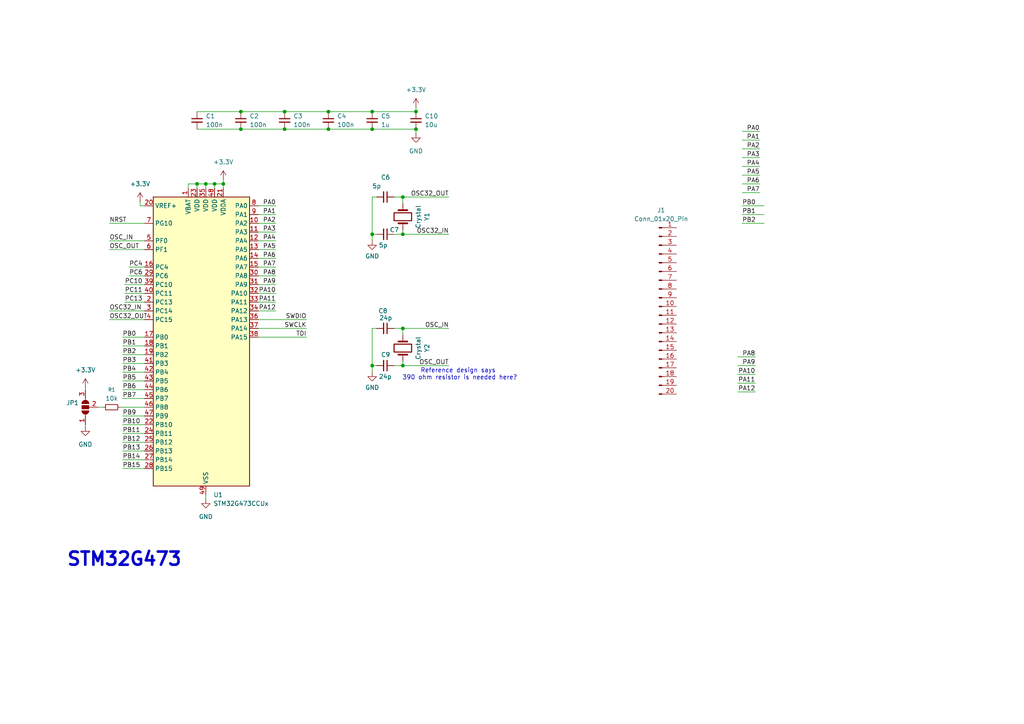
<source format=kicad_sch>
(kicad_sch (version 20250114) (generator "eeschema") (generator_version "9.0")
  (paper "A4")
  (lib_symbols
    (symbol "Connector:Conn_01x20_Pin" (pin_names (offset 1.016) (hide yes))
      (property "Reference" "J" (at 0 25.4 0))
      (property "Value" "Conn_01x20_Pin" (at 0 -27.94 0))
      (symbol "Conn_01x20_Pin_1_1"
        (rectangle (start 0.8636 22.987) (end 0 22.733) (stroke (width 0.1524)) (fill (type outline)))
        (rectangle (start 0.8636 20.447) (end 0 20.193) (stroke (width 0.1524)) (fill (type outline)))
        (rectangle (start 0.8636 17.907) (end 0 17.653) (stroke (width 0.1524)) (fill (type outline)))
        (rectangle (start 0.8636 15.367) (end 0 15.113) (stroke (width 0.1524)) (fill (type outline)))
        (rectangle (start 0.8636 12.827) (end 0 12.573) (stroke (width 0.1524)) (fill (type outline)))
        (rectangle (start 0.8636 10.287) (end 0 10.033) (stroke (width 0.1524)) (fill (type outline)))
        (rectangle (start 0.8636 7.747) (end 0 7.493) (stroke (width 0.1524)) (fill (type outline)))
        (rectangle (start 0.8636 5.207) (end 0 4.953) (stroke (width 0.1524)) (fill (type outline)))
        (rectangle (start 0.8636 2.667) (end 0 2.413) (stroke (width 0.1524)) (fill (type outline)))
        (rectangle (start 0.8636 0.127) (end 0 -0.127) (stroke (width 0.1524)) (fill (type outline)))
        (rectangle (start 0.8636 -2.413) (end 0 -2.667) (stroke (width 0.1524)) (fill (type outline)))
        (rectangle (start 0.8636 -4.953) (end 0 -5.207) (stroke (width 0.1524)) (fill (type outline)))
        (rectangle (start 0.8636 -7.493) (end 0 -7.747) (stroke (width 0.1524)) (fill (type outline)))
        (rectangle (start 0.8636 -10.033) (end 0 -10.287) (stroke (width 0.1524)) (fill (type outline)))
        (rectangle (start 0.8636 -12.573) (end 0 -12.827) (stroke (width 0.1524)) (fill (type outline)))
        (rectangle (start 0.8636 -15.113) (end 0 -15.367) (stroke (width 0.1524)) (fill (type outline)))
        (rectangle (start 0.8636 -17.653) (end 0 -17.907) (stroke (width 0.1524)) (fill (type outline)))
        (rectangle (start 0.8636 -20.193) (end 0 -20.447) (stroke (width 0.1524)) (fill (type outline)))
        (rectangle (start 0.8636 -22.733) (end 0 -22.987) (stroke (width 0.1524)) (fill (type outline)))
        (rectangle (start 0.8636 -25.273) (end 0 -25.527) (stroke (width 0.1524)) (fill (type outline)))
        (polyline (pts (xy 1.27 22.86) (xy 0.8636 22.86)) (stroke (width 0.1524)))
        (polyline (pts (xy 1.27 20.32) (xy 0.8636 20.32)) (stroke (width 0.1524)))
        (polyline (pts (xy 1.27 17.78) (xy 0.8636 17.78)) (stroke (width 0.1524)))
        (polyline (pts (xy 1.27 15.24) (xy 0.8636 15.24)) (stroke (width 0.1524)))
        (polyline (pts (xy 1.27 12.7) (xy 0.8636 12.7)) (stroke (width 0.1524)))
        (polyline (pts (xy 1.27 10.16) (xy 0.8636 10.16)) (stroke (width 0.1524)))
        (polyline (pts (xy 1.27 7.62) (xy 0.8636 7.62)) (stroke (width 0.1524)))
        (polyline (pts (xy 1.27 5.08) (xy 0.8636 5.08)) (stroke (width 0.1524)))
        (polyline (pts (xy 1.27 2.54) (xy 0.8636 2.54)) (stroke (width 0.1524)))
        (polyline (pts (xy 1.27 0) (xy 0.8636 0)) (stroke (width 0.1524)))
        (polyline (pts (xy 1.27 -2.54) (xy 0.8636 -2.54)) (stroke (width 0.1524)))
        (polyline (pts (xy 1.27 -5.08) (xy 0.8636 -5.08)) (stroke (width 0.1524)))
        (polyline (pts (xy 1.27 -7.62) (xy 0.8636 -7.62)) (stroke (width 0.1524)))
        (polyline (pts (xy 1.27 -10.16) (xy 0.8636 -10.16)) (stroke (width 0.1524)))
        (polyline (pts (xy 1.27 -12.7) (xy 0.8636 -12.7)) (stroke (width 0.1524)))
        (polyline (pts (xy 1.27 -15.24) (xy 0.8636 -15.24)) (stroke (width 0.1524)))
        (polyline (pts (xy 1.27 -17.78) (xy 0.8636 -17.78)) (stroke (width 0.1524)))
        (polyline (pts (xy 1.27 -20.32) (xy 0.8636 -20.32)) (stroke (width 0.1524)))
        (polyline (pts (xy 1.27 -22.86) (xy 0.8636 -22.86)) (stroke (width 0.1524)))
        (polyline (pts (xy 1.27 -25.4) (xy 0.8636 -25.4)) (stroke (width 0.1524)))
        (pin passive line (at 5.08 22.86 180) (length 3.81) (name "Pin_1") (number "1"))
        (pin passive line (at 5.08 20.32 180) (length 3.81) (name "Pin_2") (number "2"))
        (pin passive line (at 5.08 17.78 180) (length 3.81) (name "Pin_3") (number "3"))
        (pin passive line (at 5.08 15.24 180) (length 3.81) (name "Pin_4") (number "4"))
        (pin passive line (at 5.08 12.7 180) (length 3.81) (name "Pin_5") (number "5"))
        (pin passive line (at 5.08 10.16 180) (length 3.81) (name "Pin_6") (number "6"))
        (pin passive line (at 5.08 7.62 180) (length 3.81) (name "Pin_7") (number "7"))
        (pin passive line (at 5.08 5.08 180) (length 3.81) (name "Pin_8") (number "8"))
        (pin passive line (at 5.08 2.54 180) (length 3.81) (name "Pin_9") (number "9"))
        (pin passive line (at 5.08 0 180) (length 3.81) (name "Pin_10") (number "10"))
        (pin passive line (at 5.08 -2.54 180) (length 3.81) (name "Pin_11") (number "11"))
        (pin passive line (at 5.08 -5.08 180) (length 3.81) (name "Pin_12") (number "12"))
        (pin passive line (at 5.08 -7.62 180) (length 3.81) (name "Pin_13") (number "13"))
        (pin passive line (at 5.08 -10.16 180) (length 3.81) (name "Pin_14") (number "14"))
        (pin passive line (at 5.08 -12.7 180) (length 3.81) (name "Pin_15") (number "15"))
        (pin passive line (at 5.08 -15.24 180) (length 3.81) (name "Pin_16") (number "16"))
        (pin passive line (at 5.08 -17.78 180) (length 3.81) (name "Pin_17") (number "17"))
        (pin passive line (at 5.08 -20.32 180) (length 3.81) (name "Pin_18") (number "18"))
        (pin passive line (at 5.08 -22.86 180) (length 3.81) (name "Pin_19") (number "19"))
        (pin passive line (at 5.08 -25.4 180) (length 3.81) (name "Pin_20") (number "20"))
      )
    )
    (symbol "Device:C_Small" (pin_numbers (hide yes)) (pin_names (offset 0.254) (hide yes))
      (property "Reference" "C" (at 0.254 1.778 0))
      (property "Value" "C_Small" (at 0.254 -2.032 0))
      (symbol "C_Small_0_1"
        (polyline (pts (xy -1.524 0.508) (xy 1.524 0.508)) (stroke (width 0.3048)))
        (polyline (pts (xy -1.524 -0.508) (xy 1.524 -0.508)) (stroke (width 0.3302)))
      )
      (symbol "C_Small_1_1"
        (pin passive line (at 0 2.54 270) (length 2.032) (name "~") (number "1"))
        (pin passive line (at 0 -2.54 90) (length 2.032) (name "~") (number "2"))
      )
    )
    (symbol "Device:Crystal" (pin_numbers (hide yes)) (pin_names (offset 1.016) (hide yes))
      (property "Reference" "Y" (at 0 3.81 0))
      (property "Value" "Crystal" (at 0 -3.81 0))
      (symbol "Crystal_0_1"
        (polyline (pts (xy -2.54 0) (xy -1.905 0)))
        (polyline (pts (xy -1.905 -1.27) (xy -1.905 1.27)) (stroke (width 0.508)))
        (rectangle (start -1.143 2.54) (end 1.143 -2.54) (stroke (width 0.3048)))
        (polyline (pts (xy 1.905 -1.27) (xy 1.905 1.27)) (stroke (width 0.508)))
        (polyline (pts (xy 2.54 0) (xy 1.905 0)))
      )
      (symbol "Crystal_1_1"
        (pin passive line (at -3.81 0 0) (length 1.27) (name "1") (number "1"))
        (pin passive line (at 3.81 0 180) (length 1.27) (name "2") (number "2"))
      )
    )
    (symbol "Device:R_Small" (pin_numbers (hide yes)) (pin_names (offset 0.254) (hide yes))
      (property "Reference" "R" (at 0 0 90))
      (property "Value" "R_Small" (at 1.778 0 90))
      (symbol "R_Small_0_1"
        (rectangle (start -0.762 1.778) (end 0.762 -1.778) (stroke (width 0.2032)))
      )
      (symbol "R_Small_1_1"
        (pin passive line (at 0 2.54 270) (length 0.762) (name "~") (number "1"))
        (pin passive line (at 0 -2.54 90) (length 0.762) (name "~") (number "2"))
      )
    )
    (symbol "Jumper:SolderJumper_3_Open" (pin_names (offset 0) (hide yes)) (in_bom no)
      (property "Reference" "JP" (at -2.54 -2.54 0))
      (property "Value" "SolderJumper_3_Open" (at 0 2.794 0))
      (symbol "SolderJumper_3_Open_0_1"
        (polyline (pts (xy -2.54 0) (xy -2.032 0)))
        (polyline (pts (xy -1.016 1.016) (xy -1.016 -1.016)))
        (arc (start -1.016 -1.016) (mid -2.0276 0) (end -1.016 1.016))
        (arc (start -1.016 -1.016) (mid -2.0276 0) (end -1.016 1.016) (fill (type outline)))
        (rectangle (start -0.508 1.016) (end 0.508 -1.016) (fill (type outline)))
        (polyline (pts (xy 0 -1.27) (xy 0 -1.016)))
        (arc (start 1.016 1.016) (mid 2.0276 0) (end 1.016 -1.016))
        (arc (start 1.016 1.016) (mid 2.0276 0) (end 1.016 -1.016) (fill (type outline)))
        (polyline (pts (xy 1.016 1.016) (xy 1.016 -1.016)))
        (polyline (pts (xy 2.54 0) (xy 2.032 0)))
      )
      (symbol "SolderJumper_3_Open_1_1"
        (pin passive line (at -5.08 0 0) (length 2.54) (name "A") (number "1"))
        (pin passive line (at 0 -3.81 90) (length 2.54) (name "C") (number "2"))
        (pin passive line (at 5.08 0 180) (length 2.54) (name "B") (number "3"))
      )
    )
    (symbol "MCU_ST_STM32G4:STM32G473CCUx"
      (property "Reference" "U" (at -12.7 44.45 0))
      (property "Value" "STM32G473CCUx" (at 10.16 44.45 0))
      (symbol "STM32G473CCUx_0_1"
        (rectangle (start -12.7 -40.64) (end 15.24 43.18) (stroke (width 0.254)) (fill (type background)))
      )
      (symbol "STM32G473CCUx_1_1"
        (pin input line (at -15.24 40.64 0) (length 2.54) (name "VREF+") (number "20"))
        (pin bidirectional line (at -15.24 35.56 0) (length 2.54) (name "PG10") (number "7"))
        (pin bidirectional line (at -15.24 30.48 0) (length 2.54) (name "PF0") (number "5"))
        (pin bidirectional line (at -15.24 27.94 0) (length 2.54) (name "PF1") (number "6"))
        (pin bidirectional line (at -15.24 22.86 0) (length 2.54) (name "PC4") (number "16"))
        (pin bidirectional line (at -15.24 20.32 0) (length 2.54) (name "PC6") (number "29"))
        (pin bidirectional line (at -15.24 17.78 0) (length 2.54) (name "PC10") (number "39"))
        (pin bidirectional line (at -15.24 15.24 0) (length 2.54) (name "PC11") (number "40"))
        (pin bidirectional line (at -15.24 12.7 0) (length 2.54) (name "PC13") (number "2"))
        (pin bidirectional line (at -15.24 10.16 0) (length 2.54) (name "PC14") (number "3"))
        (pin bidirectional line (at -15.24 7.62 0) (length 2.54) (name "PC15") (number "4"))
        (pin bidirectional line (at -15.24 2.54 0) (length 2.54) (name "PB0") (number "17"))
        (pin bidirectional line (at -15.24 0 0) (length 2.54) (name "PB1") (number "18"))
        (pin bidirectional line (at -15.24 -2.54 0) (length 2.54) (name "PB2") (number "19"))
        (pin bidirectional line (at -15.24 -5.08 0) (length 2.54) (name "PB3") (number "41"))
        (pin bidirectional line (at -15.24 -7.62 0) (length 2.54) (name "PB4") (number "42"))
        (pin bidirectional line (at -15.24 -10.16 0) (length 2.54) (name "PB5") (number "43"))
        (pin bidirectional line (at -15.24 -12.7 0) (length 2.54) (name "PB6") (number "44"))
        (pin bidirectional line (at -15.24 -15.24 0) (length 2.54) (name "PB7") (number "45"))
        (pin bidirectional line (at -15.24 -17.78 0) (length 2.54) (name "PB8") (number "46"))
        (pin bidirectional line (at -15.24 -20.32 0) (length 2.54) (name "PB9") (number "47"))
        (pin bidirectional line (at -15.24 -22.86 0) (length 2.54) (name "PB10") (number "22"))
        (pin bidirectional line (at -15.24 -25.4 0) (length 2.54) (name "PB11") (number "24"))
        (pin bidirectional line (at -15.24 -27.94 0) (length 2.54) (name "PB12") (number "25"))
        (pin bidirectional line (at -15.24 -30.48 0) (length 2.54) (name "PB13") (number "26"))
        (pin bidirectional line (at -15.24 -33.02 0) (length 2.54) (name "PB14") (number "27"))
        (pin bidirectional line (at -15.24 -35.56 0) (length 2.54) (name "PB15") (number "28"))
        (pin power_in line (at -2.54 45.72 270) (length 2.54) (name "VBAT") (number "1"))
        (pin power_in line (at 0 45.72 270) (length 2.54) (name "VDD") (number "23"))
        (pin power_in line (at 2.54 45.72 270) (length 2.54) (name "VDD") (number "35"))
        (pin power_in line (at 2.54 -43.18 90) (length 2.54) (name "VSS") (number "49"))
        (pin power_in line (at 5.08 45.72 270) (length 2.54) (name "VDD") (number "48"))
        (pin power_in line (at 7.62 45.72 270) (length 2.54) (name "VDDA") (number "21"))
        (pin bidirectional line (at 17.78 40.64 180) (length 2.54) (name "PA0") (number "8"))
        (pin bidirectional line (at 17.78 38.1 180) (length 2.54) (name "PA1") (number "9"))
        (pin bidirectional line (at 17.78 35.56 180) (length 2.54) (name "PA2") (number "10"))
        (pin bidirectional line (at 17.78 33.02 180) (length 2.54) (name "PA3") (number "11"))
        (pin bidirectional line (at 17.78 30.48 180) (length 2.54) (name "PA4") (number "12"))
        (pin bidirectional line (at 17.78 27.94 180) (length 2.54) (name "PA5") (number "13"))
        (pin bidirectional line (at 17.78 25.4 180) (length 2.54) (name "PA6") (number "14"))
        (pin bidirectional line (at 17.78 22.86 180) (length 2.54) (name "PA7") (number "15"))
        (pin bidirectional line (at 17.78 20.32 180) (length 2.54) (name "PA8") (number "30"))
        (pin bidirectional line (at 17.78 17.78 180) (length 2.54) (name "PA9") (number "31"))
        (pin bidirectional line (at 17.78 15.24 180) (length 2.54) (name "PA10") (number "32"))
        (pin bidirectional line (at 17.78 12.7 180) (length 2.54) (name "PA11") (number "33"))
        (pin bidirectional line (at 17.78 10.16 180) (length 2.54) (name "PA12") (number "34"))
        (pin bidirectional line (at 17.78 7.62 180) (length 2.54) (name "PA13") (number "36"))
        (pin bidirectional line (at 17.78 5.08 180) (length 2.54) (name "PA14") (number "37"))
        (pin bidirectional line (at 17.78 2.54 180) (length 2.54) (name "PA15") (number "38"))
      )
    )
    (symbol "power:+3.3V" (power) (pin_numbers (hide yes)) (pin_names (offset 0) (hide yes))
      (property "Value" "+3.3V" (at 0 3.556 0))
      (symbol "+3.3V_0_1"
        (polyline (pts (xy -0.762 1.27) (xy 0 2.54)))
        (polyline (pts (xy 0 2.54) (xy 0.762 1.27)))
        (polyline (pts (xy 0 0) (xy 0 2.54)))
      )
      (symbol "+3.3V_1_1"
        (pin power_in line (at 0 0 90) (length 0) (name "~") (number "1"))
      )
    )
    (symbol "power:GND" (power) (pin_numbers (hide yes)) (pin_names (offset 0) (hide yes))
      (property "Value" "GND" (at 0 -3.81 0))
      (symbol "GND_0_1"
        (polyline (pts (xy 0 0) (xy 0 -1.27) (xy 1.27 -1.27) (xy 0 -2.54) (xy -1.27 -1.27) (xy 0 -1.27)))
      )
      (symbol "GND_1_1"
        (pin power_in line (at 0 0 270) (length 0) (name "~") (number "1"))
      )
    )
  )
  (text "Reference design says \n390 ohm resistor is needed here?" (at 133.35 108.585 0) (effects (font (size 1.27 1.27))))
  (text "STM32G473" (at 36.068 162.306 0) (effects (font (size 3.81 3.81) (thickness 0.762) (bold yes))))
  (junction (at 107.95 106.045))
  (junction (at 95.25 37.465))
  (junction (at 64.77 53.34))
  (junction (at 116.84 95.25))
  (junction (at 59.69 53.34))
  (junction (at 116.84 106.045))
  (junction (at 95.25 32.385))
  (junction (at 69.85 32.385))
  (junction (at 116.84 67.945))
  (junction (at 107.95 32.385))
  (junction (at 120.65 32.385))
  (junction (at 116.84 57.15))
  (junction (at 57.15 53.34))
  (junction (at 120.65 37.465))
  (junction (at 82.55 37.465))
  (junction (at 62.23 53.34))
  (junction (at 82.55 32.385))
  (junction (at 69.85 37.465))
  (junction (at 107.95 67.945))
  (junction (at 107.95 37.465))
  (wire (pts (xy 62.23 53.34) (xy 64.77 53.34)))
  (wire (pts (xy 107.95 67.945) (xy 109.22 67.945)))
  (wire (pts (xy 35.56 135.89) (xy 41.91 135.89)))
  (wire (pts (xy 41.91 59.69) (xy 40.64 59.69)))
  (wire (pts (xy 215.265 38.1) (xy 220.345 38.1)))
  (wire (pts (xy 215.265 50.8) (xy 220.345 50.8)))
  (wire (pts (xy 57.15 37.465) (xy 69.85 37.465)))
  (wire (pts (xy 35.56 123.19) (xy 41.91 123.19)))
  (wire (pts (xy 215.265 43.18) (xy 220.345 43.18)))
  (wire (pts (xy 215.265 64.77) (xy 221.615 64.77)))
  (wire (pts (xy 64.77 53.34) (xy 64.77 54.61)))
  (wire (pts (xy 74.93 80.01) (xy 80.01 80.01)))
  (wire (pts (xy 116.84 106.045) (xy 114.3 106.045)))
  (wire (pts (xy 213.995 111.125) (xy 219.075 111.125)))
  (wire (pts (xy 116.84 97.155) (xy 116.84 95.25)))
  (wire (pts (xy 116.84 57.15) (xy 114.3 57.15)))
  (wire (pts (xy 74.93 95.25) (xy 88.9 95.25)))
  (wire (pts (xy 107.95 32.385) (xy 120.65 32.385)))
  (wire (pts (xy 37.465 80.01) (xy 41.91 80.01)))
  (wire (pts (xy 64.77 52.07) (xy 64.77 53.34)))
  (wire (pts (xy 120.65 31.115) (xy 120.65 32.385)))
  (wire (pts (xy 31.75 72.39) (xy 41.91 72.39)))
  (wire (pts (xy 24.765 123.19) (xy 24.765 123.825)))
  (wire (pts (xy 215.265 59.69) (xy 221.615 59.69)))
  (wire (pts (xy 74.93 77.47) (xy 80.01 77.47)))
  (wire (pts (xy 35.56 107.95) (xy 41.91 107.95)))
  (wire (pts (xy 74.93 97.79) (xy 88.9 97.79)))
  (wire (pts (xy 62.23 53.34) (xy 62.23 54.61)))
  (wire (pts (xy 59.69 143.51) (xy 59.69 144.78)))
  (wire (pts (xy 95.25 32.385) (xy 107.95 32.385)))
  (wire (pts (xy 116.84 59.055) (xy 116.84 57.15)))
  (wire (pts (xy 35.56 100.33) (xy 41.91 100.33)))
  (wire (pts (xy 59.69 53.34) (xy 59.69 54.61)))
  (wire (pts (xy 31.75 64.77) (xy 41.91 64.77)))
  (wire (pts (xy 54.61 54.61) (xy 54.61 53.34)))
  (wire (pts (xy 74.93 82.55) (xy 80.01 82.55)))
  (wire (pts (xy 107.95 37.465) (xy 120.65 37.465)))
  (wire (pts (xy 28.575 118.11) (xy 29.845 118.11)))
  (wire (pts (xy 36.195 82.55) (xy 41.91 82.55)))
  (wire (pts (xy 116.84 95.25) (xy 114.3 95.25)))
  (wire (pts (xy 35.56 130.81) (xy 41.91 130.81)))
  (wire (pts (xy 35.56 128.27) (xy 41.91 128.27)))
  (wire (pts (xy 34.925 118.11) (xy 41.91 118.11)))
  (wire (pts (xy 107.95 106.045) (xy 107.95 107.95)))
  (wire (pts (xy 116.84 106.045) (xy 130.175 106.045)))
  (wire (pts (xy 37.465 77.47) (xy 41.91 77.47)))
  (wire (pts (xy 59.69 53.34) (xy 62.23 53.34)))
  (wire (pts (xy 107.95 57.15) (xy 107.95 67.945)))
  (wire (pts (xy 54.61 53.34) (xy 57.15 53.34)))
  (wire (pts (xy 74.93 72.39) (xy 80.01 72.39)))
  (wire (pts (xy 116.84 67.945) (xy 114.3 67.945)))
  (wire (pts (xy 57.15 53.34) (xy 59.69 53.34)))
  (wire (pts (xy 57.15 54.61) (xy 57.15 53.34)))
  (wire (pts (xy 109.22 57.15) (xy 107.95 57.15)))
  (wire (pts (xy 35.56 102.87) (xy 41.91 102.87)))
  (wire (pts (xy 107.95 67.945) (xy 107.95 69.85)))
  (wire (pts (xy 213.995 103.505) (xy 219.075 103.505)))
  (wire (pts (xy 74.93 90.17) (xy 80.01 90.17)))
  (wire (pts (xy 215.265 45.72) (xy 220.345 45.72)))
  (wire (pts (xy 24.765 112.395) (xy 24.765 113.03)))
  (wire (pts (xy 74.93 87.63) (xy 80.01 87.63)))
  (wire (pts (xy 107.95 95.25) (xy 107.95 106.045)))
  (wire (pts (xy 74.93 62.23) (xy 80.01 62.23)))
  (wire (pts (xy 31.75 69.85) (xy 41.91 69.85)))
  (wire (pts (xy 95.25 37.465) (xy 107.95 37.465)))
  (wire (pts (xy 74.93 92.71) (xy 88.9 92.71)))
  (wire (pts (xy 107.95 106.045) (xy 109.22 106.045)))
  (wire (pts (xy 35.56 110.49) (xy 41.91 110.49)))
  (wire (pts (xy 35.56 115.57) (xy 41.91 115.57)))
  (wire (pts (xy 116.84 67.945) (xy 130.175 67.945)))
  (wire (pts (xy 36.195 85.09) (xy 41.91 85.09)))
  (wire (pts (xy 215.265 62.23) (xy 221.615 62.23)))
  (wire (pts (xy 74.93 59.69) (xy 80.01 59.69)))
  (wire (pts (xy 35.56 105.41) (xy 41.91 105.41)))
  (wire (pts (xy 116.84 95.25) (xy 130.175 95.25)))
  (wire (pts (xy 40.64 58.42) (xy 40.64 59.69)))
  (wire (pts (xy 74.93 74.93) (xy 80.01 74.93)))
  (wire (pts (xy 69.85 32.385) (xy 82.55 32.385)))
  (wire (pts (xy 116.84 57.15) (xy 130.175 57.15)))
  (wire (pts (xy 31.75 92.71) (xy 41.91 92.71)))
  (wire (pts (xy 35.56 120.65) (xy 41.91 120.65)))
  (wire (pts (xy 57.15 32.385) (xy 69.85 32.385)))
  (wire (pts (xy 213.995 113.665) (xy 219.075 113.665)))
  (wire (pts (xy 116.84 66.675) (xy 116.84 67.945)))
  (wire (pts (xy 74.93 69.85) (xy 80.01 69.85)))
  (wire (pts (xy 35.56 125.73) (xy 41.91 125.73)))
  (wire (pts (xy 215.265 40.64) (xy 220.345 40.64)))
  (wire (pts (xy 116.84 104.775) (xy 116.84 106.045)))
  (wire (pts (xy 82.55 37.465) (xy 95.25 37.465)))
  (wire (pts (xy 215.265 55.88) (xy 220.345 55.88)))
  (wire (pts (xy 74.93 64.77) (xy 80.01 64.77)))
  (wire (pts (xy 74.93 85.09) (xy 80.01 85.09)))
  (wire (pts (xy 120.65 37.465) (xy 120.65 38.735)))
  (wire (pts (xy 31.75 90.17) (xy 41.91 90.17)))
  (wire (pts (xy 69.85 37.465) (xy 82.55 37.465)))
  (wire (pts (xy 35.56 133.35) (xy 41.91 133.35)))
  (wire (pts (xy 215.265 53.34) (xy 220.345 53.34)))
  (wire (pts (xy 74.93 67.31) (xy 80.01 67.31)))
  (wire (pts (xy 215.265 48.26) (xy 220.345 48.26)))
  (wire (pts (xy 82.55 32.385) (xy 95.25 32.385)))
  (wire (pts (xy 213.995 108.585) (xy 219.075 108.585)))
  (wire (pts (xy 35.56 97.79) (xy 41.91 97.79)))
  (wire (pts (xy 213.995 106.045) (xy 219.075 106.045)))
  (wire (pts (xy 109.22 95.25) (xy 107.95 95.25)))
  (wire (pts (xy 35.56 113.03) (xy 41.91 113.03)))
  (wire (pts (xy 36.195 87.63) (xy 41.91 87.63)))
  (label "PA5" (at 220.345 50.8 180))
  (label "OSC_OUT" (at 31.75 72.39 0))
  (label "PB2" (at 35.56 102.87 0))
  (label "PA8" (at 80.01 80.01 180))
  (label "OSC32_OUT" (at 130.175 57.15 180))
  (label "PC10" (at 36.195 82.55 0))
  (label "PB15" (at 35.56 135.89 0))
  (label "PA5" (at 80.01 72.39 180))
  (label "PA10" (at 219.075 108.585 180))
  (label "PA6" (at 220.345 53.34 180))
  (label "PA0" (at 220.345 38.1 180))
  (label "PA2" (at 220.345 43.18 180))
  (label "PB7" (at 35.56 115.57 0))
  (label "PB13" (at 35.56 130.81 0))
  (label "PA9" (at 219.075 106.045 180))
  (label "OSC32_OUT" (at 31.75 92.71 0))
  (label "PB0" (at 215.265 59.69 0))
  (label "PA1" (at 220.345 40.64 180))
  (label "PB1" (at 215.265 62.23 0))
  (label "PA9" (at 80.01 82.55 180))
  (label "PC4" (at 37.465 77.47 0))
  (label "PA11" (at 80.01 87.63 180))
  (label "PA4" (at 80.01 69.85 180))
  (label "PC13" (at 36.195 87.63 0))
  (label "PB6" (at 35.56 113.03 0))
  (label "PA7" (at 80.01 77.47 180))
  (label "PB5" (at 35.56 110.49 0))
  (label "OSC_OUT" (at 130.175 106.045 180))
  (label "PB14" (at 35.56 133.35 0))
  (label "OSC_IN" (at 130.175 95.25 180))
  (label "PB12" (at 35.56 128.27 0))
  (label "OSC32_IN" (at 130.175 67.945 180))
  (label "PB9" (at 35.56 120.65 0))
  (label "PA12" (at 80.01 90.17 180))
  (label "PA6" (at 80.01 74.93 180))
  (label "SWCLK" (at 88.9 95.25 180))
  (label "PA10" (at 80.01 85.09 180))
  (label "PB10" (at 35.56 123.19 0))
  (label "PA3" (at 80.01 67.31 180))
  (label "PB1" (at 35.56 100.33 0))
  (label "TDI" (at 88.9 97.79 180))
  (label "PA3" (at 220.345 45.72 180))
  (label "PB4" (at 35.56 107.95 0))
  (label "PA2" (at 80.01 64.77 180))
  (label "OSC_IN" (at 31.75 69.85 0))
  (label "PC11" (at 36.195 85.09 0))
  (label "PA4" (at 220.345 48.26 180))
  (label "PC6" (at 37.465 80.01 0))
  (label "NRST" (at 31.75 64.77 0))
  (label "PB3" (at 35.56 105.41 0))
  (label "PA1" (at 80.01 62.23 180))
  (label "PB2" (at 215.265 64.77 0))
  (label "PA11" (at 219.075 111.125 180))
  (label "PB11" (at 35.56 125.73 0))
  (label "OSC32_IN" (at 31.75 90.17 0))
  (label "PA0" (at 80.01 59.69 180))
  (label "PA7" (at 220.345 55.88 180))
  (label "PB0" (at 35.56 97.79 0))
  (label "PA12" (at 219.075 113.665 180))
  (label "SWDIO" (at 88.9 92.71 180))
  (label "PA8" (at 219.075 103.505 180))
  (symbol (lib_id "power:GND") (at 59.69 144.78 0) (unit 1)
    (property "Reference" "#PWR04" (effects (hide yes)))
    (property "Value" "GND" (at 59.69 149.86 0))
    (property "Description" "Power symbol creates a global label with name \"GND\" , ground" (effects (hide yes)))
  )
  (symbol (lib_id "power:+3.3V") (at 24.765 112.395 0) (unit 1)
    (property "Reference" "#PWR01" (effects (hide yes)))
    (property "Value" "+3.3V" (at 24.765 107.315 0))
    (property "Description" "Power symbol creates a global label with name \"+3.3V\"" (effects (hide yes)))
  )
  (symbol (lib_id "power:GND") (at 120.65 38.735 0) (unit 1)
    (property "Reference" "#PWR09" (effects (hide yes)))
    (property "Value" "GND" (at 120.65 43.815 0))
    (property "Description" "Power symbol creates a global label with name \"GND\" , ground" (effects (hide yes)))
  )
  (symbol (lib_id "Device:C_Small") (at 111.76 67.945 270) (unit 1)
    (property "Reference" "C7" (at 113.03 66.675 90) (effects (justify left)))
    (property "Value" "5p" (at 109.855 71.12 90) (effects (justify left)))
    (property "Footprint" "Capacitor_SMD:C_0402_1005Metric" (effects (hide yes)))
    (property "Description" "Unpolarized capacitor, small symbol" (effects (hide yes)))
  )
  (symbol (lib_id "power:GND") (at 107.95 69.85 0) (unit 1)
    (property "Reference" "#PWR06" (effects (hide yes)))
    (property "Value" "GND" (at 107.95 74.295 0))
    (property "Description" "Power symbol creates a global label with name \"GND\" , ground" (effects (hide yes)))
  )
  (symbol (lib_id "Device:C_Small") (at 111.76 57.15 270) (unit 1)
    (property "Reference" "C6" (at 110.49 51.435 90) (effects (justify left)))
    (property "Value" "5p" (at 107.95 53.975 90) (effects (justify left)))
    (property "Footprint" "Capacitor_SMD:C_0402_1005Metric" (effects (hide yes)))
    (property "Description" "Unpolarized capacitor, small symbol" (effects (hide yes)))
  )
  (symbol (lib_id "Device:C_Small") (at 69.85 34.925 0) (unit 1)
    (property "Reference" "C2" (at 72.39 33.6612 0) (effects (justify left)))
    (property "Value" "100n" (at 72.39 36.2012 0) (effects (justify left)))
    (property "Footprint" "Capacitor_SMD:C_0402_1005Metric" (effects (hide yes)))
    (property "Description" "Unpolarized capacitor, small symbol" (effects (hide yes)))
  )
  (symbol (lib_id "power:GND") (at 24.765 123.825 0) (unit 1)
    (property "Reference" "#PWR02" (effects (hide yes)))
    (property "Value" "GND" (at 24.765 128.905 0))
    (property "Description" "Power symbol creates a global label with name \"GND\" , ground" (effects (hide yes)))
  )
  (symbol (lib_id "Device:C_Small") (at 57.15 34.925 0) (unit 1)
    (property "Reference" "C1" (at 59.69 33.6612 0) (effects (justify left)))
    (property "Value" "100n" (at 59.69 36.2012 0) (effects (justify left)))
    (property "Footprint" "Capacitor_SMD:C_0402_1005Metric" (effects (hide yes)))
    (property "Description" "Unpolarized capacitor, small symbol" (effects (hide yes)))
  )
  (symbol (lib_id "Device:Crystal") (at 116.84 100.965 270) (unit 1)
    (property "Reference" "Y2" (at 123.825 100.965 0))
    (property "Value" "Crystal" (at 121.285 100.965 0))
    (property "Footprint" "Crystal:Crystal_SMD_Abracon_ABM3-2Pin_5.0x3.2mm" (effects (hide yes)))
    (property "Description" "Two pin crystal" (effects (hide yes)))
  )
  (symbol (lib_id "power:+3.3V") (at 64.77 52.07 0) (unit 1)
    (property "Reference" "#PWR05" (effects (hide yes)))
    (property "Value" "+3.3V" (at 64.77 46.99 0))
    (property "Description" "Power symbol creates a global label with name \"+3.3V\"" (effects (hide yes)))
  )
  (symbol (lib_id "Jumper:SolderJumper_3_Open") (at 24.765 118.11 90) (unit 1) (in_bom no)
    (property "Reference" "JP1" (at 22.86 116.8399 90) (effects (justify left)))
    (property "Value" "SolderJumper_3_Open" (effects (hide yes)))
    (property "Footprint" "Jumper:SolderJumper-3_P1.3mm_Open_RoundedPad1.0x1.5mm" (effects (hide yes)))
    (property "Description" "Solder Jumper, 3-pole, open" (effects (hide yes)))
  )
  (symbol (lib_id "Device:R_Small") (at 32.385 118.11 90) (unit 1)
    (property "Reference" "R1" (at 32.385 113.03 90) (effects (font (size 1.016 1.016))))
    (property "Value" "10k" (at 32.385 115.57 90))
    (property "Footprint" "Resistor_SMD:R_0402_1005Metric" (effects (hide yes)))
    (property "Description" "Resistor, small symbol" (effects (hide yes)))
  )
  (symbol (lib_id "Device:C_Small") (at 120.65 34.925 0) (unit 1)
    (property "Reference" "C10" (at 123.19 33.6612 0) (effects (justify left)))
    (property "Value" "10u" (at 123.19 36.2012 0) (effects (justify left)))
    (property "Footprint" "Capacitor_SMD:C_0402_1005Metric" (effects (hide yes)))
    (property "Description" "Unpolarized capacitor, small symbol" (effects (hide yes)))
  )
  (symbol (lib_id "power:+3.3V") (at 40.64 58.42 0) (unit 1)
    (property "Reference" "#PWR03" (effects (hide yes)))
    (property "Value" "+3.3V" (at 40.64 53.34 0))
    (property "Description" "Power symbol creates a global label with name \"+3.3V\"" (effects (hide yes)))
  )
  (symbol (lib_id "Device:C_Small") (at 107.95 34.925 0) (unit 1)
    (property "Reference" "C5" (at 110.49 33.6612 0) (effects (justify left)))
    (property "Value" "1u" (at 110.49 36.2012 0) (effects (justify left)))
    (property "Footprint" "Capacitor_SMD:C_0402_1005Metric" (effects (hide yes)))
    (property "Description" "Unpolarized capacitor, small symbol" (effects (hide yes)))
  )
  (symbol (lib_id "Device:C_Small") (at 111.76 106.045 270) (unit 1)
    (property "Reference" "C9" (at 110.49 102.87 90) (effects (justify left)))
    (property "Value" "24p" (at 109.855 109.22 90) (effects (justify left)))
    (property "Footprint" "Capacitor_SMD:C_0402_1005Metric" (effects (hide yes)))
    (property "Description" "Unpolarized capacitor, small symbol" (effects (hide yes)))
  )
  (symbol (lib_id "power:+3.3V") (at 120.65 31.115 0) (unit 1)
    (property "Reference" "#PWR08" (effects (hide yes)))
    (property "Value" "+3.3V" (at 120.65 26.035 0))
    (property "Description" "Power symbol creates a global label with name \"+3.3V\"" (effects (hide yes)))
  )
  (symbol (lib_id "Connector:Conn_01x20_Pin") (at 191.135 88.9 0) (unit 1)
    (property "Reference" "J1" (at 191.77 60.96 0))
    (property "Value" "Conn_01x20_Pin" (at 191.77 63.5 0))
    (property "Description" "Generic connector, single row, 01x20, script generated" (effects (hide yes)))
  )
  (symbol (lib_id "Device:C_Small") (at 95.25 34.925 0) (unit 1)
    (property "Reference" "C4" (at 97.79 33.6612 0) (effects (justify left)))
    (property "Value" "100n" (at 97.79 36.2012 0) (effects (justify left)))
    (property "Footprint" "Capacitor_SMD:C_0402_1005Metric" (effects (hide yes)))
    (property "Description" "Unpolarized capacitor, small symbol" (effects (hide yes)))
  )
  (symbol (lib_id "power:GND") (at 107.95 107.95 0) (unit 1)
    (property "Reference" "#PWR07" (effects (hide yes)))
    (property "Value" "GND" (at 107.95 112.395 0))
    (property "Description" "Power symbol creates a global label with name \"GND\" , ground" (effects (hide yes)))
  )
  (symbol (lib_id "Device:Crystal") (at 116.84 62.865 270) (unit 1)
    (property "Reference" "Y1" (at 123.825 62.865 0))
    (property "Value" "Crystal" (at 121.285 62.865 0))
    (property "Footprint" "Crystal:Crystal_SMD_G8-2Pin_3.2x1.5mm" (effects (hide yes)))
    (property "Description" "Two pin crystal" (effects (hide yes)))
  )
  (symbol (lib_id "Device:C_Small") (at 82.55 34.925 0) (unit 1)
    (property "Reference" "C3" (at 85.09 33.6612 0) (effects (justify left)))
    (property "Value" "100n" (at 85.09 36.2012 0) (effects (justify left)))
    (property "Footprint" "Capacitor_SMD:C_0402_1005Metric" (effects (hide yes)))
    (property "Description" "Unpolarized capacitor, small symbol" (effects (hide yes)))
  )
  (symbol (lib_id "Device:C_Small") (at 111.76 95.25 270) (unit 1)
    (property "Reference" "C8" (at 109.728 90.17 90) (effects (justify left)))
    (property "Value" "24p" (at 109.982 92.202 90) (effects (justify left)))
    (property "Footprint" "Capacitor_SMD:C_0402_1005Metric" (effects (hide yes)))
    (property "Description" "Unpolarized capacitor, small symbol" (effects (hide yes)))
  )
  (symbol (lib_id "MCU_ST_STM32G4:STM32G473CCUx") (at 57.15 100.33 0) (unit 1)
    (property "Reference" "U1" (at 61.8841 143.51 0) (effects (justify left)))
    (property "Value" "STM32G473CCUx" (at 61.8841 146.05 0) (effects (justify left)))
    (property "Footprint" "Package_DFN_QFN:QFN-48-1EP_7x7mm_P0.5mm_EP5.6x5.6mm" (effects (hide yes)))
    (property "Datasheet" "https://www.st.com/resource/en/datasheet/stm32g473cc.pdf" (effects (hide yes)))
    (property "Description" "STMicroelectronics Arm Cortex-M4 MCU, 256KB flash, 128KB RAM, 170 MHz, 1.71-3.6V, 42 GPIO, UFQFPN48" (effects (hide yes)))
    (property "Digikey" "https://www.digikey.com/en/products/detail/stmicroelectronics/STM32G473CCU6/10326717" (effects (hide yes)))
  )
)
</source>
